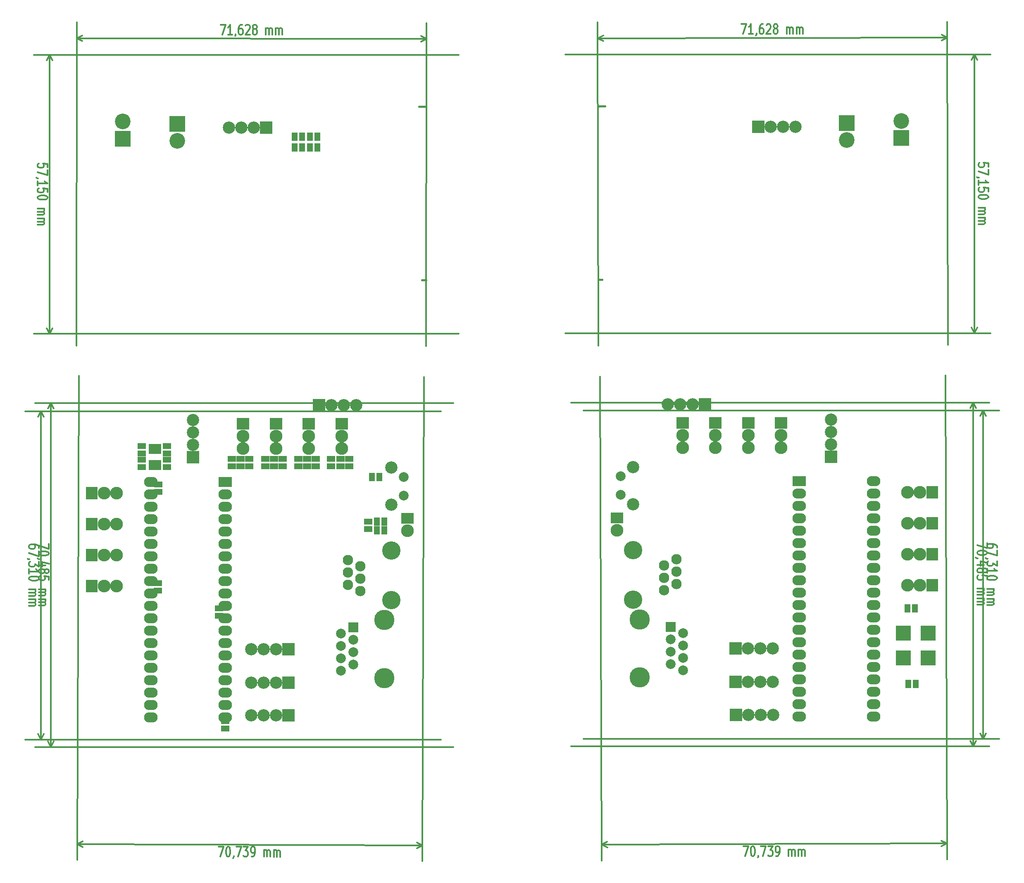
<source format=gts>
G04 (created by PCBNEW-RS274X (2010-05-05 BZR 2356)-stable) date dim. 08 mai 2011 22:27:38 CEST*
G01*
G70*
G90*
%MOIN*%
G04 Gerber Fmt 3.4, Leading zero omitted, Abs format*
%FSLAX34Y34*%
G04 APERTURE LIST*
%ADD10C,0.000500*%
%ADD11C,0.012000*%
%ADD12C,0.015000*%
%ADD13R,0.098700X0.098700*%
%ADD14C,0.098700*%
%ADD15R,0.100000X0.080000*%
%ADD16R,0.065000X0.045000*%
%ADD17C,0.079100*%
%ADD18R,0.102700X0.090900*%
%ADD19C,0.102700*%
%ADD20R,0.102700X0.094800*%
%ADD21C,0.163700*%
%ADD22R,0.079100X0.079100*%
%ADD23R,0.045000X0.065000*%
%ADD24R,0.110000X0.082000*%
%ADD25O,0.110000X0.082000*%
%ADD26C,0.083900*%
%ADD27C,0.148000*%
%ADD28R,0.094800X0.102700*%
%ADD29R,0.126300X0.126300*%
%ADD30C,0.126300*%
%ADD31R,0.120000X0.120000*%
G04 APERTURE END LIST*
G54D10*
G54D11*
X09037Y-50712D02*
X09037Y-51112D01*
X08237Y-50855D01*
X09037Y-51454D02*
X09037Y-51511D01*
X08999Y-51568D01*
X08961Y-51597D01*
X08885Y-51626D01*
X08732Y-51654D01*
X08542Y-51654D01*
X08390Y-51626D01*
X08313Y-51597D01*
X08275Y-51568D01*
X08237Y-51511D01*
X08237Y-51454D01*
X08275Y-51397D01*
X08313Y-51368D01*
X08390Y-51340D01*
X08542Y-51311D01*
X08732Y-51311D01*
X08885Y-51340D01*
X08961Y-51368D01*
X08999Y-51397D01*
X09037Y-51454D01*
X08275Y-51939D02*
X08237Y-51939D01*
X08161Y-51911D01*
X08123Y-51882D01*
X08771Y-52454D02*
X08237Y-52454D01*
X09075Y-52311D02*
X08504Y-52168D01*
X08504Y-52540D01*
X08694Y-52854D02*
X08732Y-52796D01*
X08771Y-52768D01*
X08847Y-52739D01*
X08885Y-52739D01*
X08961Y-52768D01*
X08999Y-52796D01*
X09037Y-52854D01*
X09037Y-52968D01*
X08999Y-53025D01*
X08961Y-53054D01*
X08885Y-53082D01*
X08847Y-53082D01*
X08771Y-53054D01*
X08732Y-53025D01*
X08694Y-52968D01*
X08694Y-52854D01*
X08656Y-52796D01*
X08618Y-52768D01*
X08542Y-52739D01*
X08390Y-52739D01*
X08313Y-52768D01*
X08275Y-52796D01*
X08237Y-52854D01*
X08237Y-52968D01*
X08275Y-53025D01*
X08313Y-53054D01*
X08390Y-53082D01*
X08542Y-53082D01*
X08618Y-53054D01*
X08656Y-53025D01*
X08694Y-52968D01*
X09037Y-53625D02*
X09037Y-53339D01*
X08656Y-53310D01*
X08694Y-53339D01*
X08732Y-53396D01*
X08732Y-53539D01*
X08694Y-53596D01*
X08656Y-53625D01*
X08580Y-53653D01*
X08390Y-53653D01*
X08313Y-53625D01*
X08275Y-53596D01*
X08237Y-53539D01*
X08237Y-53396D01*
X08275Y-53339D01*
X08313Y-53310D01*
X08237Y-54367D02*
X08771Y-54367D01*
X08694Y-54367D02*
X08732Y-54395D01*
X08771Y-54453D01*
X08771Y-54538D01*
X08732Y-54595D01*
X08656Y-54624D01*
X08237Y-54624D01*
X08656Y-54624D02*
X08732Y-54653D01*
X08771Y-54710D01*
X08771Y-54795D01*
X08732Y-54853D01*
X08656Y-54881D01*
X08237Y-54881D01*
X08237Y-55167D02*
X08771Y-55167D01*
X08694Y-55167D02*
X08732Y-55195D01*
X08771Y-55253D01*
X08771Y-55338D01*
X08732Y-55395D01*
X08656Y-55424D01*
X08237Y-55424D01*
X08656Y-55424D02*
X08732Y-55453D01*
X08771Y-55510D01*
X08771Y-55595D01*
X08732Y-55653D01*
X08656Y-55681D01*
X08237Y-55681D01*
X09201Y-39350D02*
X09201Y-67100D01*
X41650Y-39350D02*
X07921Y-39350D01*
X41650Y-67100D02*
X07921Y-67100D01*
X09201Y-67100D02*
X09431Y-66657D01*
X09201Y-67100D02*
X08971Y-66657D01*
X09201Y-39350D02*
X09431Y-39793D01*
X09201Y-39350D02*
X08971Y-39793D01*
X22727Y-75150D02*
X23127Y-75152D01*
X22867Y-75951D01*
X23469Y-75153D02*
X23526Y-75153D01*
X23583Y-75191D01*
X23611Y-75229D01*
X23640Y-75305D01*
X23668Y-75459D01*
X23667Y-75649D01*
X23638Y-75800D01*
X23609Y-75877D01*
X23580Y-75915D01*
X23523Y-75953D01*
X23466Y-75953D01*
X23409Y-75915D01*
X23380Y-75877D01*
X23352Y-75799D01*
X23324Y-75647D01*
X23325Y-75457D01*
X23354Y-75304D01*
X23382Y-75229D01*
X23412Y-75191D01*
X23469Y-75153D01*
X23951Y-75917D02*
X23951Y-75955D01*
X23923Y-76030D01*
X23893Y-76068D01*
X24155Y-75155D02*
X24555Y-75157D01*
X24295Y-75956D01*
X24726Y-75157D02*
X25097Y-75159D01*
X24896Y-75463D01*
X24982Y-75463D01*
X25038Y-75501D01*
X25067Y-75539D01*
X25095Y-75616D01*
X25094Y-75805D01*
X25066Y-75882D01*
X25037Y-75920D01*
X24980Y-75958D01*
X24808Y-75958D01*
X24751Y-75919D01*
X24723Y-75881D01*
X25379Y-75959D02*
X25494Y-75960D01*
X25551Y-75922D01*
X25579Y-75884D01*
X25638Y-75769D01*
X25666Y-75617D01*
X25667Y-75312D01*
X25639Y-75236D01*
X25611Y-75198D01*
X25554Y-75160D01*
X25440Y-75160D01*
X25382Y-75197D01*
X25353Y-75235D01*
X25324Y-75311D01*
X25323Y-75502D01*
X25352Y-75578D01*
X25380Y-75616D01*
X25438Y-75655D01*
X25552Y-75655D01*
X25609Y-75617D01*
X25638Y-75579D01*
X25666Y-75503D01*
X26379Y-75963D02*
X26381Y-75429D01*
X26380Y-75506D02*
X26409Y-75468D01*
X26467Y-75429D01*
X26552Y-75430D01*
X26609Y-75469D01*
X26637Y-75545D01*
X26636Y-75964D01*
X26637Y-75545D02*
X26667Y-75469D01*
X26724Y-75430D01*
X26809Y-75430D01*
X26867Y-75470D01*
X26894Y-75546D01*
X26893Y-75965D01*
X27179Y-75966D02*
X27181Y-75432D01*
X27180Y-75509D02*
X27209Y-75471D01*
X27267Y-75432D01*
X27352Y-75432D01*
X27409Y-75472D01*
X27437Y-75548D01*
X27436Y-75967D01*
X27437Y-75548D02*
X27467Y-75472D01*
X27524Y-75433D01*
X27609Y-75433D01*
X27667Y-75472D01*
X27694Y-75549D01*
X27693Y-75968D01*
X39165Y-75045D02*
X11315Y-74945D01*
X39300Y-37250D02*
X39161Y-76325D01*
X11450Y-37150D02*
X11311Y-76225D01*
X11315Y-74945D02*
X11757Y-75177D01*
X11315Y-74945D02*
X11759Y-74716D01*
X39165Y-75045D02*
X38721Y-75274D01*
X39165Y-75045D02*
X38723Y-74813D01*
X08237Y-51051D02*
X08237Y-50937D01*
X08199Y-50880D01*
X08161Y-50851D01*
X08047Y-50794D01*
X07894Y-50765D01*
X07590Y-50765D01*
X07513Y-50794D01*
X07475Y-50822D01*
X07437Y-50880D01*
X07437Y-50994D01*
X07475Y-51051D01*
X07513Y-51080D01*
X07590Y-51108D01*
X07780Y-51108D01*
X07856Y-51080D01*
X07894Y-51051D01*
X07932Y-50994D01*
X07932Y-50880D01*
X07894Y-50822D01*
X07856Y-50794D01*
X07780Y-50765D01*
X08237Y-51308D02*
X08237Y-51708D01*
X07437Y-51451D01*
X07475Y-51964D02*
X07437Y-51964D01*
X07361Y-51936D01*
X07323Y-51907D01*
X08237Y-52165D02*
X08237Y-52536D01*
X07932Y-52336D01*
X07932Y-52422D01*
X07894Y-52479D01*
X07856Y-52508D01*
X07780Y-52536D01*
X07590Y-52536D01*
X07513Y-52508D01*
X07475Y-52479D01*
X07437Y-52422D01*
X07437Y-52250D01*
X07475Y-52193D01*
X07513Y-52165D01*
X07437Y-53107D02*
X07437Y-52764D01*
X07437Y-52936D02*
X08237Y-52936D01*
X08123Y-52879D01*
X08047Y-52821D01*
X08009Y-52764D01*
X08237Y-53478D02*
X08237Y-53535D01*
X08199Y-53592D01*
X08161Y-53621D01*
X08085Y-53650D01*
X07932Y-53678D01*
X07742Y-53678D01*
X07590Y-53650D01*
X07513Y-53621D01*
X07475Y-53592D01*
X07437Y-53535D01*
X07437Y-53478D01*
X07475Y-53421D01*
X07513Y-53392D01*
X07590Y-53364D01*
X07742Y-53335D01*
X07932Y-53335D01*
X08085Y-53364D01*
X08161Y-53392D01*
X08199Y-53421D01*
X08237Y-53478D01*
X07437Y-54392D02*
X07971Y-54392D01*
X07894Y-54392D02*
X07932Y-54420D01*
X07971Y-54478D01*
X07971Y-54563D01*
X07932Y-54620D01*
X07856Y-54649D01*
X07437Y-54649D01*
X07856Y-54649D02*
X07932Y-54678D01*
X07971Y-54735D01*
X07971Y-54820D01*
X07932Y-54878D01*
X07856Y-54906D01*
X07437Y-54906D01*
X07437Y-55192D02*
X07971Y-55192D01*
X07894Y-55192D02*
X07932Y-55220D01*
X07971Y-55278D01*
X07971Y-55363D01*
X07932Y-55420D01*
X07856Y-55449D01*
X07437Y-55449D01*
X07856Y-55449D02*
X07932Y-55478D01*
X07971Y-55535D01*
X07971Y-55620D01*
X07932Y-55678D01*
X07856Y-55706D01*
X07437Y-55706D01*
X08401Y-40000D02*
X08401Y-66500D01*
X40650Y-40000D02*
X07121Y-40000D01*
X40650Y-66500D02*
X07121Y-66500D01*
X08401Y-66500D02*
X08631Y-66057D01*
X08401Y-66500D02*
X08171Y-66057D01*
X08401Y-40000D02*
X08631Y-40443D01*
X08401Y-40000D02*
X08171Y-40443D01*
X08937Y-20330D02*
X08937Y-20044D01*
X08556Y-20015D01*
X08594Y-20044D01*
X08632Y-20101D01*
X08632Y-20244D01*
X08594Y-20301D01*
X08556Y-20330D01*
X08480Y-20358D01*
X08290Y-20358D01*
X08213Y-20330D01*
X08175Y-20301D01*
X08137Y-20244D01*
X08137Y-20101D01*
X08175Y-20044D01*
X08213Y-20015D01*
X08937Y-20558D02*
X08937Y-20958D01*
X08137Y-20701D01*
X08175Y-21214D02*
X08137Y-21214D01*
X08061Y-21186D01*
X08023Y-21157D01*
X08137Y-21786D02*
X08137Y-21443D01*
X08137Y-21615D02*
X08937Y-21615D01*
X08823Y-21558D01*
X08747Y-21500D01*
X08709Y-21443D01*
X08937Y-22329D02*
X08937Y-22043D01*
X08556Y-22014D01*
X08594Y-22043D01*
X08632Y-22100D01*
X08632Y-22243D01*
X08594Y-22300D01*
X08556Y-22329D01*
X08480Y-22357D01*
X08290Y-22357D01*
X08213Y-22329D01*
X08175Y-22300D01*
X08137Y-22243D01*
X08137Y-22100D01*
X08175Y-22043D01*
X08213Y-22014D01*
X08937Y-22728D02*
X08937Y-22785D01*
X08899Y-22842D01*
X08861Y-22871D01*
X08785Y-22900D01*
X08632Y-22928D01*
X08442Y-22928D01*
X08290Y-22900D01*
X08213Y-22871D01*
X08175Y-22842D01*
X08137Y-22785D01*
X08137Y-22728D01*
X08175Y-22671D01*
X08213Y-22642D01*
X08290Y-22614D01*
X08442Y-22585D01*
X08632Y-22585D01*
X08785Y-22614D01*
X08861Y-22642D01*
X08899Y-22671D01*
X08937Y-22728D01*
X08137Y-23642D02*
X08671Y-23642D01*
X08594Y-23642D02*
X08632Y-23670D01*
X08671Y-23728D01*
X08671Y-23813D01*
X08632Y-23870D01*
X08556Y-23899D01*
X08137Y-23899D01*
X08556Y-23899D02*
X08632Y-23928D01*
X08671Y-23985D01*
X08671Y-24070D01*
X08632Y-24128D01*
X08556Y-24156D01*
X08137Y-24156D01*
X08137Y-24442D02*
X08671Y-24442D01*
X08594Y-24442D02*
X08632Y-24470D01*
X08671Y-24528D01*
X08671Y-24613D01*
X08632Y-24670D01*
X08556Y-24699D01*
X08137Y-24699D01*
X08556Y-24699D02*
X08632Y-24728D01*
X08671Y-24785D01*
X08671Y-24870D01*
X08632Y-24928D01*
X08556Y-24956D01*
X08137Y-24956D01*
X09101Y-11250D02*
X09101Y-33750D01*
X42100Y-11250D02*
X07821Y-11250D01*
X42100Y-33750D02*
X07821Y-33750D01*
X09101Y-33750D02*
X09331Y-33307D01*
X09101Y-33750D02*
X08871Y-33307D01*
X09101Y-11250D02*
X09331Y-11693D01*
X09101Y-11250D02*
X08871Y-11693D01*
X22882Y-08806D02*
X23282Y-08806D01*
X23023Y-09606D01*
X23822Y-09607D02*
X23479Y-09607D01*
X23651Y-09607D02*
X23653Y-08807D01*
X23596Y-08921D01*
X23538Y-08997D01*
X23480Y-09035D01*
X24108Y-09570D02*
X24107Y-09608D01*
X24079Y-09684D01*
X24050Y-09722D01*
X24624Y-08809D02*
X24510Y-08808D01*
X24453Y-08846D01*
X24424Y-08884D01*
X24367Y-08998D01*
X24337Y-09151D01*
X24337Y-09455D01*
X24366Y-09532D01*
X24394Y-09570D01*
X24451Y-09608D01*
X24565Y-09609D01*
X24623Y-09571D01*
X24652Y-09533D01*
X24680Y-09456D01*
X24680Y-09266D01*
X24652Y-09190D01*
X24623Y-09152D01*
X24566Y-09114D01*
X24452Y-09113D01*
X24394Y-09151D01*
X24366Y-09189D01*
X24337Y-09265D01*
X24909Y-08885D02*
X24938Y-08847D01*
X24995Y-08809D01*
X25138Y-08810D01*
X25195Y-08848D01*
X25224Y-08886D01*
X25252Y-08962D01*
X25251Y-09038D01*
X25223Y-09153D01*
X24879Y-09609D01*
X25250Y-09610D01*
X25594Y-09153D02*
X25536Y-09115D01*
X25508Y-09076D01*
X25479Y-09000D01*
X25480Y-08962D01*
X25509Y-08886D01*
X25537Y-08848D01*
X25595Y-08810D01*
X25709Y-08811D01*
X25766Y-08849D01*
X25795Y-08887D01*
X25823Y-08963D01*
X25822Y-09001D01*
X25794Y-09077D01*
X25765Y-09116D01*
X25708Y-09154D01*
X25594Y-09153D01*
X25536Y-09191D01*
X25508Y-09229D01*
X25479Y-09305D01*
X25479Y-09457D01*
X25508Y-09534D01*
X25536Y-09572D01*
X25593Y-09610D01*
X25707Y-09611D01*
X25765Y-09573D01*
X25794Y-09535D01*
X25822Y-09458D01*
X25822Y-09306D01*
X25794Y-09230D01*
X25765Y-09192D01*
X25708Y-09154D01*
X26535Y-09612D02*
X26536Y-09078D01*
X26536Y-09155D02*
X26564Y-09117D01*
X26622Y-09078D01*
X26707Y-09078D01*
X26764Y-09117D01*
X26793Y-09193D01*
X26792Y-09612D01*
X26793Y-09193D02*
X26822Y-09117D01*
X26879Y-09079D01*
X26964Y-09079D01*
X27022Y-09118D01*
X27050Y-09194D01*
X27049Y-09613D01*
X27335Y-09613D02*
X27336Y-09079D01*
X27336Y-09156D02*
X27364Y-09118D01*
X27422Y-09080D01*
X27507Y-09080D01*
X27564Y-09119D01*
X27593Y-09195D01*
X27592Y-09614D01*
X27593Y-09195D02*
X27622Y-09119D01*
X27679Y-09080D01*
X27764Y-09080D01*
X27822Y-09119D01*
X27850Y-09195D01*
X27849Y-09614D01*
X39493Y-09951D02*
X11293Y-09901D01*
X39450Y-34750D02*
X39495Y-08671D01*
X11250Y-34700D02*
X11295Y-08621D01*
X11293Y-09901D02*
X11736Y-10132D01*
X11293Y-09901D02*
X11736Y-09671D01*
X39493Y-09951D02*
X39050Y-10181D01*
X39493Y-09951D02*
X39050Y-09720D01*
G54D12*
X38900Y-15425D02*
X39450Y-15425D01*
X39450Y-15425D02*
X39450Y-15450D01*
X39125Y-29425D02*
X39450Y-29425D01*
X53675Y-29375D02*
X53350Y-29375D01*
X53350Y-15375D02*
X53350Y-15400D01*
X53900Y-15375D02*
X53350Y-15375D01*
G54D11*
X64892Y-08764D02*
X65292Y-08764D01*
X65037Y-09564D01*
X65836Y-09563D02*
X65493Y-09563D01*
X65665Y-09563D02*
X65663Y-08763D01*
X65606Y-08877D01*
X65549Y-08953D01*
X65492Y-08991D01*
X66121Y-09524D02*
X66121Y-09562D01*
X66093Y-09638D01*
X66064Y-09676D01*
X66634Y-08761D02*
X66520Y-08762D01*
X66463Y-08800D01*
X66434Y-08838D01*
X66378Y-08952D01*
X66349Y-09105D01*
X66349Y-09409D01*
X66378Y-09486D01*
X66407Y-09524D01*
X66465Y-09562D01*
X66579Y-09561D01*
X66636Y-09523D01*
X66664Y-09485D01*
X66692Y-09408D01*
X66692Y-09218D01*
X66664Y-09142D01*
X66635Y-09104D01*
X66578Y-09066D01*
X66464Y-09067D01*
X66406Y-09105D01*
X66378Y-09143D01*
X66349Y-09219D01*
X66919Y-08837D02*
X66948Y-08799D01*
X67005Y-08761D01*
X67148Y-08760D01*
X67205Y-08798D01*
X67234Y-08836D01*
X67262Y-08912D01*
X67263Y-08988D01*
X67235Y-09103D01*
X66893Y-09561D01*
X67264Y-09560D01*
X67606Y-09103D02*
X67548Y-09065D01*
X67520Y-09026D01*
X67491Y-08950D01*
X67490Y-08912D01*
X67519Y-08836D01*
X67547Y-08798D01*
X67605Y-08760D01*
X67719Y-08759D01*
X67776Y-08797D01*
X67805Y-08835D01*
X67833Y-08911D01*
X67834Y-08949D01*
X67806Y-09025D01*
X67777Y-09064D01*
X67720Y-09102D01*
X67606Y-09103D01*
X67548Y-09141D01*
X67520Y-09179D01*
X67491Y-09255D01*
X67491Y-09407D01*
X67520Y-09484D01*
X67548Y-09522D01*
X67607Y-09560D01*
X67721Y-09559D01*
X67777Y-09521D01*
X67806Y-09483D01*
X67834Y-09406D01*
X67834Y-09254D01*
X67806Y-09178D01*
X67777Y-09140D01*
X67720Y-09102D01*
X68549Y-09558D02*
X68548Y-09024D01*
X68548Y-09101D02*
X68576Y-09063D01*
X68634Y-09024D01*
X68719Y-09024D01*
X68776Y-09063D01*
X68805Y-09139D01*
X68806Y-09558D01*
X68805Y-09139D02*
X68834Y-09063D01*
X68891Y-09023D01*
X68976Y-09023D01*
X69034Y-09062D01*
X69062Y-09138D01*
X69063Y-09557D01*
X69349Y-09557D02*
X69348Y-09023D01*
X69348Y-09100D02*
X69376Y-09062D01*
X69434Y-09022D01*
X69519Y-09022D01*
X69576Y-09061D01*
X69605Y-09137D01*
X69606Y-09556D01*
X69605Y-09137D02*
X69634Y-09061D01*
X69691Y-09022D01*
X69776Y-09022D01*
X69834Y-09061D01*
X69862Y-09137D01*
X69863Y-09556D01*
X53307Y-09901D02*
X81507Y-09851D01*
X53350Y-34700D02*
X53305Y-08621D01*
X81550Y-34650D02*
X81505Y-08571D01*
X81507Y-09851D02*
X81064Y-10082D01*
X81507Y-09851D02*
X81064Y-09621D01*
X53307Y-09901D02*
X53750Y-10131D01*
X53307Y-09901D02*
X53750Y-09670D01*
X84815Y-20280D02*
X84815Y-19994D01*
X84434Y-19965D01*
X84472Y-19994D01*
X84510Y-20051D01*
X84510Y-20194D01*
X84472Y-20251D01*
X84434Y-20280D01*
X84358Y-20308D01*
X84168Y-20308D01*
X84091Y-20280D01*
X84053Y-20251D01*
X84015Y-20194D01*
X84015Y-20051D01*
X84053Y-19994D01*
X84091Y-19965D01*
X84815Y-20508D02*
X84815Y-20908D01*
X84015Y-20651D01*
X84053Y-21164D02*
X84015Y-21164D01*
X83939Y-21136D01*
X83901Y-21107D01*
X84015Y-21736D02*
X84015Y-21393D01*
X84015Y-21565D02*
X84815Y-21565D01*
X84701Y-21508D01*
X84625Y-21450D01*
X84587Y-21393D01*
X84815Y-22279D02*
X84815Y-21993D01*
X84434Y-21964D01*
X84472Y-21993D01*
X84510Y-22050D01*
X84510Y-22193D01*
X84472Y-22250D01*
X84434Y-22279D01*
X84358Y-22307D01*
X84168Y-22307D01*
X84091Y-22279D01*
X84053Y-22250D01*
X84015Y-22193D01*
X84015Y-22050D01*
X84053Y-21993D01*
X84091Y-21964D01*
X84815Y-22678D02*
X84815Y-22735D01*
X84777Y-22792D01*
X84739Y-22821D01*
X84663Y-22850D01*
X84510Y-22878D01*
X84320Y-22878D01*
X84168Y-22850D01*
X84091Y-22821D01*
X84053Y-22792D01*
X84015Y-22735D01*
X84015Y-22678D01*
X84053Y-22621D01*
X84091Y-22592D01*
X84168Y-22564D01*
X84320Y-22535D01*
X84510Y-22535D01*
X84663Y-22564D01*
X84739Y-22592D01*
X84777Y-22621D01*
X84815Y-22678D01*
X84015Y-23592D02*
X84549Y-23592D01*
X84472Y-23592D02*
X84510Y-23620D01*
X84549Y-23678D01*
X84549Y-23763D01*
X84510Y-23820D01*
X84434Y-23849D01*
X84015Y-23849D01*
X84434Y-23849D02*
X84510Y-23878D01*
X84549Y-23935D01*
X84549Y-24020D01*
X84510Y-24078D01*
X84434Y-24106D01*
X84015Y-24106D01*
X84015Y-24392D02*
X84549Y-24392D01*
X84472Y-24392D02*
X84510Y-24420D01*
X84549Y-24478D01*
X84549Y-24563D01*
X84510Y-24620D01*
X84434Y-24649D01*
X84015Y-24649D01*
X84434Y-24649D02*
X84510Y-24678D01*
X84549Y-24735D01*
X84549Y-24820D01*
X84510Y-24878D01*
X84434Y-24906D01*
X84015Y-24906D01*
X83699Y-11200D02*
X83699Y-33700D01*
X50700Y-11200D02*
X84979Y-11200D01*
X50700Y-33700D02*
X84979Y-33700D01*
X83699Y-33700D02*
X83469Y-33257D01*
X83699Y-33700D02*
X83929Y-33257D01*
X83699Y-11200D02*
X83469Y-11643D01*
X83699Y-11200D02*
X83929Y-11643D01*
X85515Y-51001D02*
X85515Y-50887D01*
X85477Y-50830D01*
X85439Y-50801D01*
X85325Y-50744D01*
X85172Y-50715D01*
X84868Y-50715D01*
X84791Y-50744D01*
X84753Y-50772D01*
X84715Y-50830D01*
X84715Y-50944D01*
X84753Y-51001D01*
X84791Y-51030D01*
X84868Y-51058D01*
X85058Y-51058D01*
X85134Y-51030D01*
X85172Y-51001D01*
X85210Y-50944D01*
X85210Y-50830D01*
X85172Y-50772D01*
X85134Y-50744D01*
X85058Y-50715D01*
X85515Y-51258D02*
X85515Y-51658D01*
X84715Y-51401D01*
X84753Y-51914D02*
X84715Y-51914D01*
X84639Y-51886D01*
X84601Y-51857D01*
X85515Y-52115D02*
X85515Y-52486D01*
X85210Y-52286D01*
X85210Y-52372D01*
X85172Y-52429D01*
X85134Y-52458D01*
X85058Y-52486D01*
X84868Y-52486D01*
X84791Y-52458D01*
X84753Y-52429D01*
X84715Y-52372D01*
X84715Y-52200D01*
X84753Y-52143D01*
X84791Y-52115D01*
X84715Y-53057D02*
X84715Y-52714D01*
X84715Y-52886D02*
X85515Y-52886D01*
X85401Y-52829D01*
X85325Y-52771D01*
X85287Y-52714D01*
X85515Y-53428D02*
X85515Y-53485D01*
X85477Y-53542D01*
X85439Y-53571D01*
X85363Y-53600D01*
X85210Y-53628D01*
X85020Y-53628D01*
X84868Y-53600D01*
X84791Y-53571D01*
X84753Y-53542D01*
X84715Y-53485D01*
X84715Y-53428D01*
X84753Y-53371D01*
X84791Y-53342D01*
X84868Y-53314D01*
X85020Y-53285D01*
X85210Y-53285D01*
X85363Y-53314D01*
X85439Y-53342D01*
X85477Y-53371D01*
X85515Y-53428D01*
X84715Y-54342D02*
X85249Y-54342D01*
X85172Y-54342D02*
X85210Y-54370D01*
X85249Y-54428D01*
X85249Y-54513D01*
X85210Y-54570D01*
X85134Y-54599D01*
X84715Y-54599D01*
X85134Y-54599D02*
X85210Y-54628D01*
X85249Y-54685D01*
X85249Y-54770D01*
X85210Y-54828D01*
X85134Y-54856D01*
X84715Y-54856D01*
X84715Y-55142D02*
X85249Y-55142D01*
X85172Y-55142D02*
X85210Y-55170D01*
X85249Y-55228D01*
X85249Y-55313D01*
X85210Y-55370D01*
X85134Y-55399D01*
X84715Y-55399D01*
X85134Y-55399D02*
X85210Y-55428D01*
X85249Y-55485D01*
X85249Y-55570D01*
X85210Y-55628D01*
X85134Y-55656D01*
X84715Y-55656D01*
X84399Y-39950D02*
X84399Y-66450D01*
X52150Y-39950D02*
X85679Y-39950D01*
X52150Y-66450D02*
X85679Y-66450D01*
X84399Y-66450D02*
X84169Y-66007D01*
X84399Y-66450D02*
X84629Y-66007D01*
X84399Y-39950D02*
X84169Y-40393D01*
X84399Y-39950D02*
X84629Y-40393D01*
X65047Y-75118D02*
X65447Y-75116D01*
X65193Y-75917D01*
X65789Y-75115D02*
X65846Y-75115D01*
X65903Y-75153D01*
X65933Y-75191D01*
X65962Y-75267D01*
X65990Y-75419D01*
X65991Y-75609D01*
X65964Y-75762D01*
X65935Y-75839D01*
X65906Y-75877D01*
X65849Y-75915D01*
X65792Y-75915D01*
X65735Y-75877D01*
X65706Y-75839D01*
X65678Y-75763D01*
X65648Y-75611D01*
X65647Y-75421D01*
X65676Y-75268D01*
X65704Y-75191D01*
X65732Y-75153D01*
X65789Y-75115D01*
X66277Y-75875D02*
X66277Y-75913D01*
X66249Y-75990D01*
X66221Y-76028D01*
X66475Y-75113D02*
X66875Y-75111D01*
X66621Y-75912D01*
X67046Y-75111D02*
X67417Y-75110D01*
X67218Y-75415D01*
X67304Y-75415D01*
X67362Y-75453D01*
X67391Y-75491D01*
X67419Y-75566D01*
X67420Y-75756D01*
X67392Y-75834D01*
X67363Y-75872D01*
X67306Y-75910D01*
X67134Y-75910D01*
X67077Y-75873D01*
X67049Y-75835D01*
X67705Y-75909D02*
X67820Y-75908D01*
X67877Y-75870D01*
X67905Y-75832D01*
X67962Y-75717D01*
X67990Y-75565D01*
X67989Y-75260D01*
X67961Y-75184D01*
X67931Y-75146D01*
X67874Y-75108D01*
X67760Y-75108D01*
X67702Y-75147D01*
X67675Y-75185D01*
X67646Y-75261D01*
X67647Y-75452D01*
X67676Y-75528D01*
X67704Y-75566D01*
X67762Y-75603D01*
X67876Y-75603D01*
X67933Y-75565D01*
X67962Y-75527D01*
X67990Y-75451D01*
X68705Y-75905D02*
X68703Y-75371D01*
X68704Y-75448D02*
X68731Y-75410D01*
X68789Y-75371D01*
X68874Y-75370D01*
X68931Y-75409D01*
X68961Y-75485D01*
X68962Y-75904D01*
X68961Y-75485D02*
X68989Y-75409D01*
X69046Y-75370D01*
X69131Y-75370D01*
X69189Y-75408D01*
X69218Y-75484D01*
X69219Y-75903D01*
X69505Y-75902D02*
X69503Y-75368D01*
X69504Y-75445D02*
X69531Y-75407D01*
X69589Y-75368D01*
X69674Y-75368D01*
X69731Y-75406D01*
X69761Y-75482D01*
X69762Y-75901D01*
X69761Y-75482D02*
X69789Y-75406D01*
X69846Y-75367D01*
X69931Y-75367D01*
X69989Y-75406D01*
X70018Y-75481D01*
X70019Y-75900D01*
X53635Y-74995D02*
X81485Y-74895D01*
X53500Y-37200D02*
X53639Y-76275D01*
X81350Y-37100D02*
X81489Y-76175D01*
X81485Y-74895D02*
X81043Y-75127D01*
X81485Y-74895D02*
X81041Y-74666D01*
X53635Y-74995D02*
X54079Y-75224D01*
X53635Y-74995D02*
X54077Y-74763D01*
X84715Y-50662D02*
X84715Y-51062D01*
X83915Y-50805D01*
X84715Y-51404D02*
X84715Y-51461D01*
X84677Y-51518D01*
X84639Y-51547D01*
X84563Y-51576D01*
X84410Y-51604D01*
X84220Y-51604D01*
X84068Y-51576D01*
X83991Y-51547D01*
X83953Y-51518D01*
X83915Y-51461D01*
X83915Y-51404D01*
X83953Y-51347D01*
X83991Y-51318D01*
X84068Y-51290D01*
X84220Y-51261D01*
X84410Y-51261D01*
X84563Y-51290D01*
X84639Y-51318D01*
X84677Y-51347D01*
X84715Y-51404D01*
X83953Y-51889D02*
X83915Y-51889D01*
X83839Y-51861D01*
X83801Y-51832D01*
X84449Y-52404D02*
X83915Y-52404D01*
X84753Y-52261D02*
X84182Y-52118D01*
X84182Y-52490D01*
X84372Y-52804D02*
X84410Y-52746D01*
X84449Y-52718D01*
X84525Y-52689D01*
X84563Y-52689D01*
X84639Y-52718D01*
X84677Y-52746D01*
X84715Y-52804D01*
X84715Y-52918D01*
X84677Y-52975D01*
X84639Y-53004D01*
X84563Y-53032D01*
X84525Y-53032D01*
X84449Y-53004D01*
X84410Y-52975D01*
X84372Y-52918D01*
X84372Y-52804D01*
X84334Y-52746D01*
X84296Y-52718D01*
X84220Y-52689D01*
X84068Y-52689D01*
X83991Y-52718D01*
X83953Y-52746D01*
X83915Y-52804D01*
X83915Y-52918D01*
X83953Y-52975D01*
X83991Y-53004D01*
X84068Y-53032D01*
X84220Y-53032D01*
X84296Y-53004D01*
X84334Y-52975D01*
X84372Y-52918D01*
X84715Y-53575D02*
X84715Y-53289D01*
X84334Y-53260D01*
X84372Y-53289D01*
X84410Y-53346D01*
X84410Y-53489D01*
X84372Y-53546D01*
X84334Y-53575D01*
X84258Y-53603D01*
X84068Y-53603D01*
X83991Y-53575D01*
X83953Y-53546D01*
X83915Y-53489D01*
X83915Y-53346D01*
X83953Y-53289D01*
X83991Y-53260D01*
X83915Y-54317D02*
X84449Y-54317D01*
X84372Y-54317D02*
X84410Y-54345D01*
X84449Y-54403D01*
X84449Y-54488D01*
X84410Y-54545D01*
X84334Y-54574D01*
X83915Y-54574D01*
X84334Y-54574D02*
X84410Y-54603D01*
X84449Y-54660D01*
X84449Y-54745D01*
X84410Y-54803D01*
X84334Y-54831D01*
X83915Y-54831D01*
X83915Y-55117D02*
X84449Y-55117D01*
X84372Y-55117D02*
X84410Y-55145D01*
X84449Y-55203D01*
X84449Y-55288D01*
X84410Y-55345D01*
X84334Y-55374D01*
X83915Y-55374D01*
X84334Y-55374D02*
X84410Y-55403D01*
X84449Y-55460D01*
X84449Y-55545D01*
X84410Y-55603D01*
X84334Y-55631D01*
X83915Y-55631D01*
X83599Y-39300D02*
X83599Y-67050D01*
X51150Y-39300D02*
X84879Y-39300D01*
X51150Y-67050D02*
X84879Y-67050D01*
X83599Y-67050D02*
X83369Y-66607D01*
X83599Y-67050D02*
X83829Y-66607D01*
X83599Y-39300D02*
X83369Y-39743D01*
X83599Y-39300D02*
X83829Y-39743D01*
G54D13*
X28350Y-64550D03*
G54D14*
X27350Y-64550D03*
X26350Y-64550D03*
X25350Y-64550D03*
G54D13*
X30824Y-39501D03*
G54D14*
X31824Y-39501D03*
X32824Y-39501D03*
X33824Y-39501D03*
G54D15*
X17600Y-43050D03*
X17600Y-44350D03*
G54D16*
X17825Y-53875D03*
X17825Y-54475D03*
X22750Y-55925D03*
X22750Y-56525D03*
X23275Y-65625D03*
X23275Y-65025D03*
X17875Y-45925D03*
X17875Y-46525D03*
G54D17*
X37650Y-46800D03*
X37650Y-45300D03*
G54D14*
X36650Y-47550D03*
X36650Y-44550D03*
G54D13*
X26550Y-17100D03*
G54D14*
X25550Y-17100D03*
X24550Y-17100D03*
X23550Y-17100D03*
G54D13*
X20675Y-43725D03*
G54D14*
X20675Y-42725D03*
X20675Y-41725D03*
X20675Y-40725D03*
G54D18*
X37950Y-48650D03*
G54D19*
X37950Y-49650D03*
G54D13*
X28375Y-61900D03*
G54D14*
X27375Y-61900D03*
X26375Y-61900D03*
X25375Y-61900D03*
G54D13*
X28375Y-59200D03*
G54D14*
X27375Y-59200D03*
X26375Y-59200D03*
X25375Y-59200D03*
G54D16*
X23800Y-43850D03*
X23800Y-44450D03*
X26500Y-43850D03*
X26500Y-44450D03*
X31800Y-43850D03*
X31800Y-44450D03*
X29150Y-43850D03*
X29150Y-44450D03*
X29850Y-44450D03*
X29850Y-43850D03*
X30550Y-43850D03*
X30550Y-44450D03*
X33250Y-43850D03*
X33250Y-44450D03*
X32550Y-44450D03*
X32550Y-43850D03*
X27200Y-44450D03*
X27200Y-43850D03*
X27900Y-43850D03*
X27900Y-44450D03*
X25200Y-43850D03*
X25200Y-44450D03*
X24500Y-44450D03*
X24500Y-43850D03*
G54D20*
X27350Y-41000D03*
G54D19*
X27350Y-42000D03*
X27350Y-43000D03*
G54D20*
X32650Y-41000D03*
G54D19*
X32650Y-42000D03*
X32650Y-43000D03*
G54D20*
X30000Y-41000D03*
G54D19*
X30000Y-42000D03*
X30000Y-43000D03*
G54D20*
X24700Y-41000D03*
G54D19*
X24700Y-42000D03*
X24700Y-43000D03*
G54D21*
X36100Y-61538D03*
X36100Y-56865D03*
G54D22*
X33600Y-57450D03*
G54D17*
X32600Y-57950D03*
X33600Y-58450D03*
X32600Y-58950D03*
X33600Y-59450D03*
X32600Y-59950D03*
X33600Y-60450D03*
X32600Y-60950D03*
G54D23*
X36100Y-49600D03*
X35500Y-49600D03*
X36100Y-48900D03*
X35500Y-48900D03*
G54D16*
X34800Y-49500D03*
X34800Y-48900D03*
X16525Y-43925D03*
X16525Y-44525D03*
X18575Y-43925D03*
X18575Y-44525D03*
X16525Y-42825D03*
X16525Y-43425D03*
X18575Y-42825D03*
X18575Y-43425D03*
G54D24*
X23250Y-45700D03*
G54D25*
X23250Y-46700D03*
X23250Y-47700D03*
X23250Y-48700D03*
X23250Y-49700D03*
X23250Y-50700D03*
X23250Y-51700D03*
X23250Y-52700D03*
X23250Y-53700D03*
X23250Y-54700D03*
X23250Y-55700D03*
X23250Y-56700D03*
X23250Y-57700D03*
X23250Y-58700D03*
X23250Y-59700D03*
X23250Y-60700D03*
X23250Y-61700D03*
X23250Y-62700D03*
X23250Y-63700D03*
X23250Y-64700D03*
X17250Y-64700D03*
X17250Y-63700D03*
X17250Y-62700D03*
X17250Y-61700D03*
X17250Y-60700D03*
X17250Y-59700D03*
X17250Y-58700D03*
X17250Y-57700D03*
X17250Y-56700D03*
X17250Y-55700D03*
X17250Y-54700D03*
X17250Y-53700D03*
X17250Y-52700D03*
X17250Y-51700D03*
X17250Y-50700D03*
X17250Y-49700D03*
X17250Y-48700D03*
X17250Y-47700D03*
X17250Y-46700D03*
X17250Y-45700D03*
G54D26*
X34150Y-53500D03*
X34150Y-52500D03*
X34150Y-54500D03*
X33150Y-52000D03*
X33150Y-53000D03*
X33150Y-54000D03*
G54D27*
X36650Y-55250D03*
X36650Y-51250D03*
G54D23*
X35100Y-45300D03*
X35700Y-45300D03*
X30100Y-18700D03*
X30700Y-18700D03*
X30100Y-17850D03*
X30700Y-17850D03*
X28850Y-18700D03*
X29450Y-18700D03*
X28850Y-17850D03*
X29450Y-17850D03*
G54D28*
X12500Y-46600D03*
G54D19*
X13500Y-46600D03*
X14500Y-46600D03*
G54D28*
X12500Y-49100D03*
G54D19*
X13500Y-49100D03*
X14500Y-49100D03*
G54D28*
X12500Y-51600D03*
G54D19*
X13500Y-51600D03*
X14500Y-51600D03*
G54D28*
X12500Y-54100D03*
G54D19*
X13500Y-54100D03*
X14500Y-54100D03*
G54D29*
X19400Y-16800D03*
G54D30*
X19400Y-18175D03*
G54D29*
X15000Y-18000D03*
G54D30*
X15000Y-16625D03*
G54D29*
X77800Y-17950D03*
G54D30*
X77800Y-16575D03*
G54D29*
X73400Y-16750D03*
G54D30*
X73400Y-18125D03*
G54D28*
X80300Y-54050D03*
G54D19*
X79300Y-54050D03*
X78300Y-54050D03*
G54D31*
X77950Y-59900D03*
X77950Y-57900D03*
X79950Y-57900D03*
X79950Y-59900D03*
G54D28*
X80300Y-51550D03*
G54D19*
X79300Y-51550D03*
X78300Y-51550D03*
G54D28*
X80300Y-49050D03*
G54D19*
X79300Y-49050D03*
X78300Y-49050D03*
G54D28*
X80300Y-46550D03*
G54D19*
X79300Y-46550D03*
X78300Y-46550D03*
G54D26*
X58650Y-53450D03*
X58650Y-52450D03*
X58650Y-54450D03*
X59650Y-51950D03*
X59650Y-52950D03*
X59650Y-53950D03*
G54D27*
X56150Y-55200D03*
X56150Y-51200D03*
G54D24*
X69550Y-45650D03*
G54D25*
X69550Y-46650D03*
X69550Y-47650D03*
X69550Y-48650D03*
X69550Y-49650D03*
X69550Y-50650D03*
X69550Y-51650D03*
X69550Y-52650D03*
X69550Y-53650D03*
X69550Y-54650D03*
X69550Y-55650D03*
X69550Y-56650D03*
X69550Y-57650D03*
X69550Y-58650D03*
X69550Y-59650D03*
X69550Y-60650D03*
X69550Y-61650D03*
X69550Y-62650D03*
X69550Y-63650D03*
X69550Y-64650D03*
X75550Y-64650D03*
X75550Y-63650D03*
X75550Y-62650D03*
X75550Y-61650D03*
X75550Y-60650D03*
X75550Y-59650D03*
X75550Y-58650D03*
X75550Y-57650D03*
X75550Y-56650D03*
X75550Y-55650D03*
X75550Y-54650D03*
X75550Y-53650D03*
X75550Y-52650D03*
X75550Y-51650D03*
X75550Y-50650D03*
X75550Y-49650D03*
X75550Y-48650D03*
X75550Y-47650D03*
X75550Y-46650D03*
X75550Y-45650D03*
G54D21*
X56700Y-61488D03*
X56700Y-56815D03*
G54D22*
X59200Y-57400D03*
G54D17*
X60200Y-57900D03*
X59200Y-58400D03*
X60200Y-58900D03*
X59200Y-59400D03*
X60200Y-59900D03*
X59200Y-60400D03*
X60200Y-60900D03*
G54D20*
X68100Y-40950D03*
G54D19*
X68100Y-41950D03*
X68100Y-42950D03*
G54D20*
X62800Y-40950D03*
G54D19*
X62800Y-41950D03*
X62800Y-42950D03*
G54D20*
X60150Y-40950D03*
G54D19*
X60150Y-41950D03*
X60150Y-42950D03*
G54D20*
X65450Y-40950D03*
G54D19*
X65450Y-41950D03*
X65450Y-42950D03*
G54D23*
X78350Y-62000D03*
X78950Y-62000D03*
X78300Y-55900D03*
X78900Y-55900D03*
G54D13*
X64425Y-59150D03*
G54D14*
X65425Y-59150D03*
X66425Y-59150D03*
X67425Y-59150D03*
G54D13*
X64425Y-61850D03*
G54D14*
X65425Y-61850D03*
X66425Y-61850D03*
X67425Y-61850D03*
G54D18*
X54850Y-48600D03*
G54D19*
X54850Y-49600D03*
G54D13*
X72125Y-43675D03*
G54D14*
X72125Y-42675D03*
X72125Y-41675D03*
X72125Y-40675D03*
G54D13*
X66250Y-17050D03*
G54D14*
X67250Y-17050D03*
X68250Y-17050D03*
X69250Y-17050D03*
G54D17*
X55150Y-46750D03*
X55150Y-45250D03*
G54D14*
X56150Y-47500D03*
X56150Y-44500D03*
G54D13*
X61976Y-39451D03*
G54D14*
X60976Y-39451D03*
X59976Y-39451D03*
X58976Y-39451D03*
G54D13*
X64450Y-64500D03*
G54D14*
X65450Y-64500D03*
X66450Y-64500D03*
X67450Y-64500D03*
M02*

</source>
